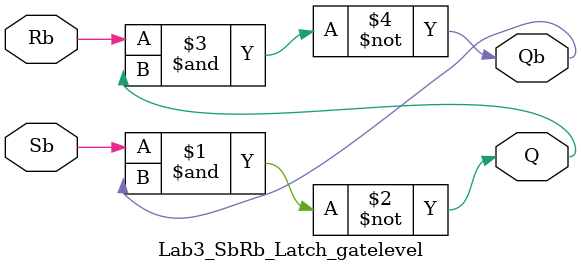
<source format=v>
module	Lab3_SbRb_Latch_gatelevel(
	input Sb, Rb, 
	output Q, Qb);
	
	nand #(5) 	(Q, Sb, Qb),
				(Qb, Rb, Q);
				
endmodule
</source>
